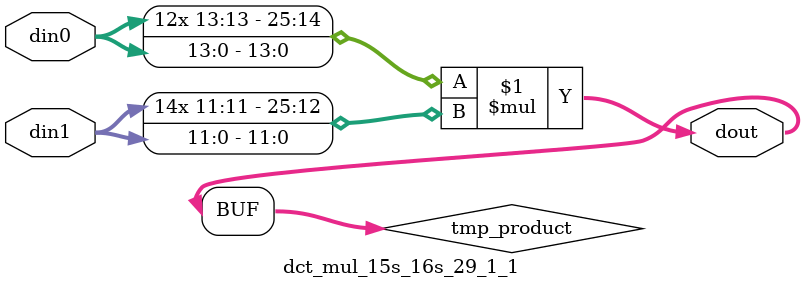
<source format=v>

`timescale 1 ns / 1 ps

 module dct_mul_15s_16s_29_1_1(din0, din1, dout);
parameter ID = 1;
parameter NUM_STAGE = 0;
parameter din0_WIDTH = 14;
parameter din1_WIDTH = 12;
parameter dout_WIDTH = 26;

input [din0_WIDTH - 1 : 0] din0; 
input [din1_WIDTH - 1 : 0] din1; 
output [dout_WIDTH - 1 : 0] dout;

wire signed [dout_WIDTH - 1 : 0] tmp_product;



























assign tmp_product = $signed(din0) * $signed(din1);








assign dout = tmp_product;





















endmodule

</source>
